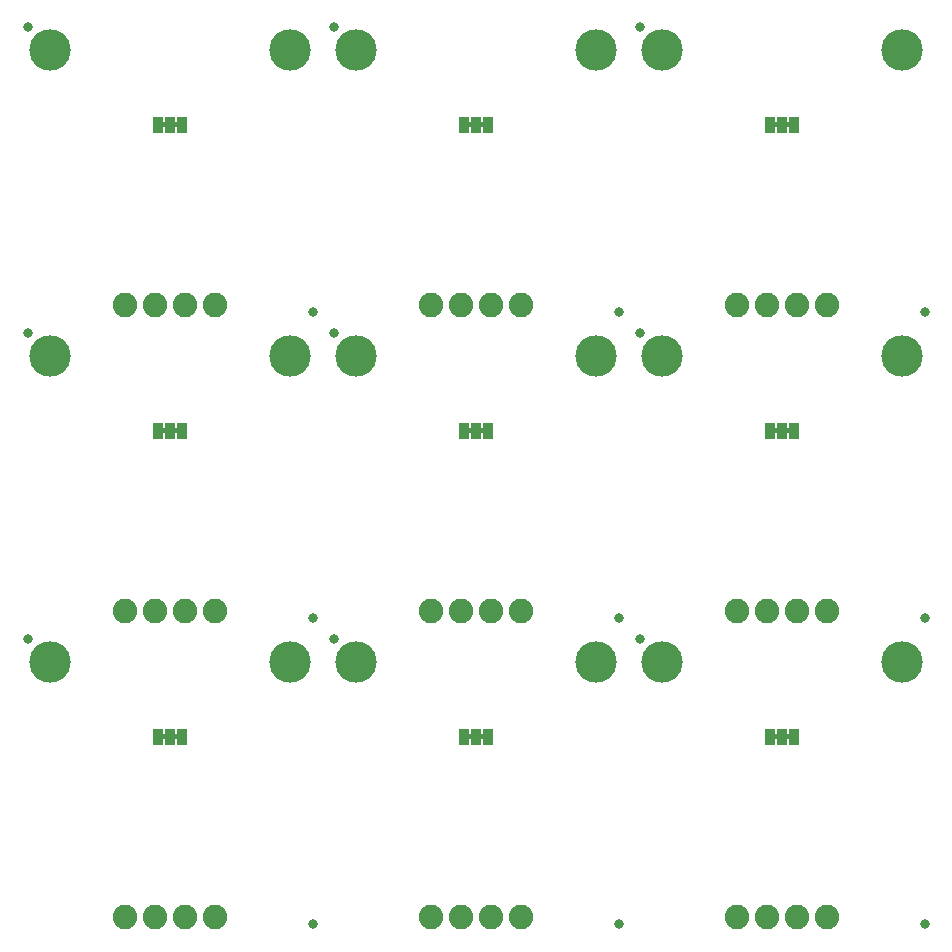
<source format=gbs>
G75*
%MOIN*%
%OFA0B0*%
%FSLAX25Y25*%
%IPPOS*%
%LPD*%
%AMOC8*
5,1,8,0,0,1.08239X$1,22.5*
%
%ADD10R,0.03300X0.05800*%
%ADD11C,0.00500*%
%ADD12C,0.08200*%
%ADD13C,0.13800*%
%ADD14C,0.03300*%
D10*
X0164333Y0115000D03*
X0168333Y0115000D03*
X0172333Y0115000D03*
X0266333Y0115000D03*
X0270333Y0115000D03*
X0274333Y0115000D03*
X0368333Y0115000D03*
X0372333Y0115000D03*
X0376333Y0115000D03*
X0376333Y0217000D03*
X0372333Y0217000D03*
X0368333Y0217000D03*
X0274333Y0217000D03*
X0270333Y0217000D03*
X0266333Y0217000D03*
X0172333Y0217000D03*
X0168333Y0217000D03*
X0164333Y0217000D03*
X0164333Y0319000D03*
X0168333Y0319000D03*
X0172333Y0319000D03*
X0266333Y0319000D03*
X0270333Y0319000D03*
X0274333Y0319000D03*
X0368333Y0319000D03*
X0372333Y0319000D03*
X0376333Y0319000D03*
D11*
X0375083Y0319196D02*
X0369583Y0319196D01*
X0369583Y0319500D02*
X0369583Y0318500D01*
X0375083Y0318500D01*
X0375083Y0319500D01*
X0369583Y0319500D01*
X0369583Y0318698D02*
X0375083Y0318698D01*
X0273083Y0318698D02*
X0267583Y0318698D01*
X0267583Y0318500D02*
X0273083Y0318500D01*
X0273083Y0319500D01*
X0267583Y0319500D01*
X0267583Y0318500D01*
X0267583Y0319196D02*
X0273083Y0319196D01*
X0171083Y0319196D02*
X0165583Y0319196D01*
X0165583Y0319500D02*
X0165583Y0318500D01*
X0171083Y0318500D01*
X0171083Y0319500D01*
X0165583Y0319500D01*
X0165583Y0318698D02*
X0171083Y0318698D01*
X0171083Y0217500D02*
X0165583Y0217500D01*
X0165583Y0216500D01*
X0171083Y0216500D01*
X0171083Y0217500D01*
X0165583Y0217500D01*
X0165583Y0217001D02*
X0171083Y0217001D01*
X0171083Y0216503D02*
X0165583Y0216503D01*
X0267583Y0216503D02*
X0273083Y0216503D01*
X0273083Y0216500D02*
X0273083Y0217500D01*
X0267583Y0217500D01*
X0267583Y0216500D01*
X0273083Y0216500D01*
X0273083Y0217001D02*
X0267583Y0217001D01*
X0267583Y0217500D02*
X0273083Y0217500D01*
X0369583Y0217500D02*
X0375083Y0217500D01*
X0375083Y0216500D01*
X0369583Y0216500D01*
X0369583Y0217500D01*
X0375083Y0217500D01*
X0375083Y0217001D02*
X0369583Y0217001D01*
X0369583Y0216503D02*
X0375083Y0216503D01*
X0375083Y0115500D02*
X0369583Y0115500D01*
X0369583Y0114500D01*
X0375083Y0114500D01*
X0375083Y0115500D01*
X0375083Y0115305D02*
X0369583Y0115305D01*
X0369583Y0114806D02*
X0375083Y0114806D01*
X0273083Y0114806D02*
X0267583Y0114806D01*
X0267583Y0114500D02*
X0273083Y0114500D01*
X0273083Y0115500D01*
X0267583Y0115500D01*
X0267583Y0114500D01*
X0267583Y0115305D02*
X0273083Y0115305D01*
X0171083Y0115305D02*
X0165583Y0115305D01*
X0165583Y0115500D02*
X0165583Y0114500D01*
X0171083Y0114500D01*
X0171083Y0115500D01*
X0165583Y0115500D01*
X0165583Y0114806D02*
X0171083Y0114806D01*
D12*
X0153333Y0055000D03*
X0163333Y0055000D03*
X0173333Y0055000D03*
X0183333Y0055000D03*
X0255333Y0055000D03*
X0265333Y0055000D03*
X0275333Y0055000D03*
X0285333Y0055000D03*
X0357333Y0055000D03*
X0367333Y0055000D03*
X0377333Y0055000D03*
X0387333Y0055000D03*
X0387333Y0157000D03*
X0377333Y0157000D03*
X0367333Y0157000D03*
X0357333Y0157000D03*
X0285333Y0157000D03*
X0275333Y0157000D03*
X0265333Y0157000D03*
X0255333Y0157000D03*
X0183333Y0157000D03*
X0173333Y0157000D03*
X0163333Y0157000D03*
X0153333Y0157000D03*
X0153333Y0259000D03*
X0163333Y0259000D03*
X0173333Y0259000D03*
X0183333Y0259000D03*
X0255333Y0259000D03*
X0265333Y0259000D03*
X0275333Y0259000D03*
X0285333Y0259000D03*
X0357333Y0259000D03*
X0367333Y0259000D03*
X0377333Y0259000D03*
X0387333Y0259000D03*
D13*
X0412333Y0242000D03*
X0332333Y0242000D03*
X0310333Y0242000D03*
X0230333Y0242000D03*
X0208333Y0242000D03*
X0128333Y0242000D03*
X0128333Y0140000D03*
X0208333Y0140000D03*
X0230333Y0140000D03*
X0310333Y0140000D03*
X0332333Y0140000D03*
X0412333Y0140000D03*
X0412333Y0344000D03*
X0332333Y0344000D03*
X0310333Y0344000D03*
X0230333Y0344000D03*
X0208333Y0344000D03*
X0128333Y0344000D03*
D14*
X0120833Y0351500D03*
X0222833Y0351500D03*
X0324833Y0351500D03*
X0317833Y0256500D03*
X0324833Y0249500D03*
X0419833Y0256500D03*
X0419833Y0154500D03*
X0324833Y0147500D03*
X0317833Y0154500D03*
X0222833Y0147500D03*
X0215833Y0154500D03*
X0120833Y0147500D03*
X0215833Y0052500D03*
X0317833Y0052500D03*
X0419833Y0052500D03*
X0222833Y0249500D03*
X0215833Y0256500D03*
X0120833Y0249500D03*
M02*

</source>
